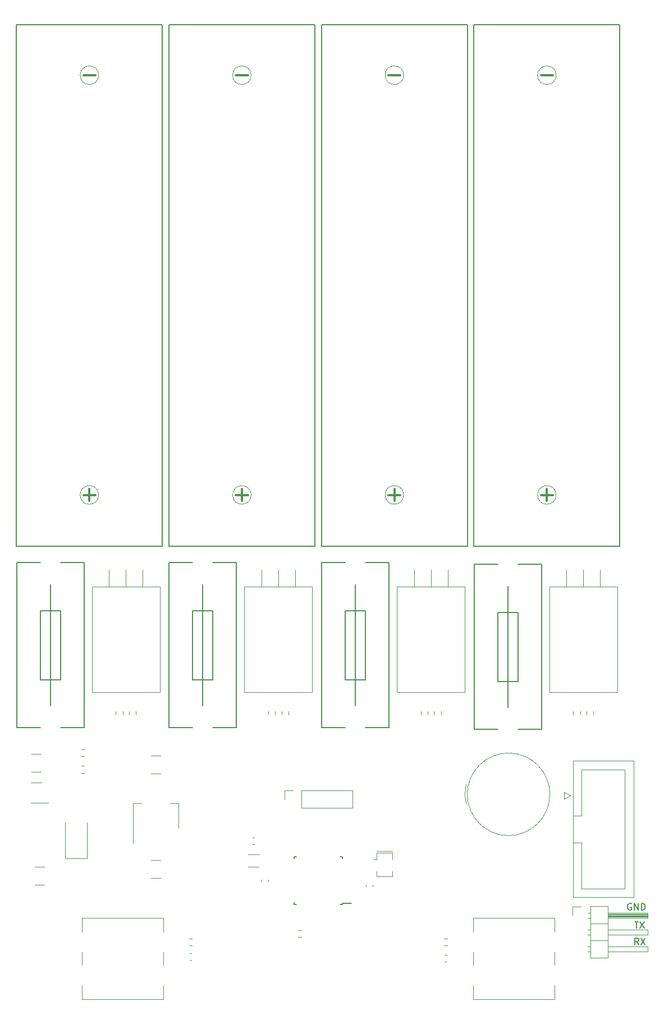
<source format=gbr>
%TF.GenerationSoftware,KiCad,Pcbnew,(6.0.10)*%
%TF.CreationDate,2023-01-16T11:30:22+01:00*%
%TF.ProjectId,BatteryDischargerV1,42617474-6572-4794-9469-736368617267,rev?*%
%TF.SameCoordinates,Original*%
%TF.FileFunction,Legend,Top*%
%TF.FilePolarity,Positive*%
%FSLAX46Y46*%
G04 Gerber Fmt 4.6, Leading zero omitted, Abs format (unit mm)*
G04 Created by KiCad (PCBNEW (6.0.10)) date 2023-01-16 11:30:22*
%MOMM*%
%LPD*%
G01*
G04 APERTURE LIST*
%ADD10C,0.150000*%
%ADD11C,0.120000*%
%ADD12C,0.300000*%
%ADD13C,0.200000*%
G04 APERTURE END LIST*
D10*
X153488095Y-161250000D02*
X153392857Y-161202380D01*
X153250000Y-161202380D01*
X153107142Y-161250000D01*
X153011904Y-161345238D01*
X152964285Y-161440476D01*
X152916666Y-161630952D01*
X152916666Y-161773809D01*
X152964285Y-161964285D01*
X153011904Y-162059523D01*
X153107142Y-162154761D01*
X153250000Y-162202380D01*
X153345238Y-162202380D01*
X153488095Y-162154761D01*
X153535714Y-162107142D01*
X153535714Y-161773809D01*
X153345238Y-161773809D01*
X153964285Y-162202380D02*
X153964285Y-161202380D01*
X154535714Y-162202380D01*
X154535714Y-161202380D01*
X155011904Y-162202380D02*
X155011904Y-161202380D01*
X155250000Y-161202380D01*
X155392857Y-161250000D01*
X155488095Y-161345238D01*
X155535714Y-161440476D01*
X155583333Y-161630952D01*
X155583333Y-161773809D01*
X155535714Y-161964285D01*
X155488095Y-162059523D01*
X155392857Y-162154761D01*
X155250000Y-162202380D01*
X155011904Y-162202380D01*
X154583333Y-167452380D02*
X154250000Y-166976190D01*
X154011904Y-167452380D02*
X154011904Y-166452380D01*
X154392857Y-166452380D01*
X154488095Y-166500000D01*
X154535714Y-166547619D01*
X154583333Y-166642857D01*
X154583333Y-166785714D01*
X154535714Y-166880952D01*
X154488095Y-166928571D01*
X154392857Y-166976190D01*
X154011904Y-166976190D01*
X154916666Y-166452380D02*
X155583333Y-167452380D01*
X155583333Y-166452380D02*
X154916666Y-167452380D01*
X153988095Y-163952380D02*
X154559523Y-163952380D01*
X154273809Y-164952380D02*
X154273809Y-163952380D01*
X154797619Y-163952380D02*
X155464285Y-164952380D01*
X155464285Y-163952380D02*
X154797619Y-164952380D01*
%TO.C,U1*%
X109875000Y-154125000D02*
X109875000Y-154450000D01*
X109875000Y-161150000D02*
X111300000Y-161150000D01*
X109875000Y-154125000D02*
X109550000Y-154125000D01*
X102625000Y-154125000D02*
X102950000Y-154125000D01*
X109875000Y-161375000D02*
X109550000Y-161375000D01*
X102625000Y-161375000D02*
X102625000Y-161050000D01*
X102625000Y-161375000D02*
X102950000Y-161375000D01*
X102625000Y-154125000D02*
X102625000Y-154450000D01*
X109875000Y-161375000D02*
X109875000Y-161150000D01*
D11*
%TO.C,R4*%
X103737258Y-166272500D02*
X103262742Y-166272500D01*
X103737258Y-165227500D02*
X103262742Y-165227500D01*
%TO.C,C2*%
X96640580Y-151240000D02*
X96359420Y-151240000D01*
X96640580Y-152260000D02*
X96359420Y-152260000D01*
%TO.C,R15*%
X75727500Y-132262742D02*
X75727500Y-132737258D01*
X76772500Y-132262742D02*
X76772500Y-132737258D01*
%TO.C,SW2*%
X82900000Y-175650000D02*
X70600000Y-175650000D01*
X70600000Y-170470000D02*
X70600000Y-168530000D01*
X70600000Y-163350000D02*
X82900000Y-163350000D01*
X82900000Y-173530000D02*
X82900000Y-175650000D01*
X82900000Y-163350000D02*
X82900000Y-165470000D01*
X70600000Y-165470000D02*
X70600000Y-163350000D01*
X82900000Y-168530000D02*
X82900000Y-170470000D01*
X70600000Y-175650000D02*
X70600000Y-173530000D01*
D12*
%TO.C,BT1*%
X72650000Y-36300000D02*
X70850000Y-36300000D01*
X72650000Y-99600000D02*
X70850000Y-99600000D01*
X71750000Y-100500000D02*
X71750000Y-98700000D01*
D13*
X82750000Y-107300000D02*
X60750000Y-107300000D01*
X60750000Y-107300000D02*
X60750000Y-28700000D01*
X60750000Y-28700000D02*
X82750000Y-28700000D01*
X82750000Y-28700000D02*
X82750000Y-107300000D01*
D11*
X73150000Y-36300000D02*
G75*
G03*
X73150000Y-36300000I-1400000J0D01*
G01*
X73150000Y-99600000D02*
G75*
G03*
X73150000Y-99600000I-1400000J0D01*
G01*
%TO.C,C7*%
X82461252Y-157360000D02*
X81038748Y-157360000D01*
X82461252Y-154640000D02*
X81038748Y-154640000D01*
D13*
%TO.C,F2*%
X116930000Y-109804000D02*
X113374000Y-109804000D01*
X111850000Y-131394000D02*
X111850000Y-113106000D01*
X110326000Y-134696000D02*
X106770000Y-134696000D01*
X110326000Y-109804000D02*
X106770000Y-109804000D01*
X116930000Y-134696000D02*
X116930000Y-109804000D01*
X106770000Y-134696000D02*
X106770000Y-109804000D01*
X113374000Y-134696000D02*
X116930000Y-134696000D01*
X113374000Y-127457000D02*
X110326000Y-127457000D01*
X110326000Y-127457000D02*
X110326000Y-117043000D01*
X110326000Y-117043000D02*
X113374000Y-117043000D01*
X113374000Y-117043000D02*
X113374000Y-127457000D01*
D11*
%TO.C,R9*%
X70987258Y-141522500D02*
X70512742Y-141522500D01*
X70987258Y-140477500D02*
X70512742Y-140477500D01*
%TO.C,LS1*%
X128579216Y-143250000D02*
G75*
G03*
X128579216Y-146249999I6400000J-1500000D01*
G01*
X141209216Y-144750000D02*
G75*
G03*
X141209216Y-144750000I-6230000J0D01*
G01*
%TO.C,Q2*%
X118130000Y-129350000D02*
X118130000Y-113460000D01*
X123250000Y-113460000D02*
X123250000Y-110920000D01*
X120710000Y-113460000D02*
X120710000Y-110920000D01*
X128370000Y-129350000D02*
X128370000Y-113460000D01*
X125790000Y-113460000D02*
X125790000Y-110920000D01*
X128370000Y-129350000D02*
X118130000Y-129350000D01*
X128370000Y-113460000D02*
X118130000Y-113460000D01*
D13*
%TO.C,F3*%
X88850000Y-131394000D02*
X88850000Y-113106000D01*
X90374000Y-134696000D02*
X93930000Y-134696000D01*
X83770000Y-134696000D02*
X83770000Y-109804000D01*
X87326000Y-109804000D02*
X83770000Y-109804000D01*
X87326000Y-134696000D02*
X83770000Y-134696000D01*
X93930000Y-134696000D02*
X93930000Y-109804000D01*
X93930000Y-109804000D02*
X90374000Y-109804000D01*
X90374000Y-127457000D02*
X87326000Y-127457000D01*
X87326000Y-127457000D02*
X87326000Y-117043000D01*
X87326000Y-117043000D02*
X90374000Y-117043000D01*
X90374000Y-117043000D02*
X90374000Y-127457000D01*
D11*
%TO.C,R16*%
X122772500Y-132262742D02*
X122772500Y-132737258D01*
X121727500Y-132262742D02*
X121727500Y-132737258D01*
%TO.C,R10*%
X70512742Y-139022500D02*
X70987258Y-139022500D01*
X70512742Y-137977500D02*
X70987258Y-137977500D01*
%TO.C,CD1*%
X125359420Y-170010000D02*
X125640580Y-170010000D01*
X125359420Y-168990000D02*
X125640580Y-168990000D01*
%TO.C,CD2*%
X87140580Y-169760000D02*
X86859420Y-169760000D01*
X87140580Y-168740000D02*
X86859420Y-168740000D01*
%TO.C,SW1*%
X141900000Y-173530000D02*
X141900000Y-175650000D01*
X129600000Y-170470000D02*
X129600000Y-168530000D01*
X141900000Y-168530000D02*
X141900000Y-170470000D01*
X141900000Y-163350000D02*
X141900000Y-165470000D01*
X129600000Y-175650000D02*
X129600000Y-173530000D01*
X141900000Y-175650000D02*
X129600000Y-175650000D01*
X129600000Y-165470000D02*
X129600000Y-163350000D01*
X129600000Y-163350000D02*
X141900000Y-163350000D01*
%TO.C,R7*%
X125737258Y-166477500D02*
X125262742Y-166477500D01*
X125737258Y-167522500D02*
X125262742Y-167522500D01*
%TO.C,Q3*%
X100250000Y-113460000D02*
X100250000Y-110920000D01*
X105370000Y-129350000D02*
X95130000Y-129350000D01*
X105370000Y-113460000D02*
X95130000Y-113460000D01*
X97710000Y-113460000D02*
X97710000Y-110920000D01*
X95130000Y-129350000D02*
X95130000Y-113460000D01*
X105370000Y-129350000D02*
X105370000Y-113460000D01*
X102790000Y-113460000D02*
X102790000Y-110920000D01*
%TO.C,R19*%
X100727500Y-132737258D02*
X100727500Y-132262742D01*
X101772500Y-132737258D02*
X101772500Y-132262742D01*
%TO.C,R8*%
X86762742Y-167522500D02*
X87237258Y-167522500D01*
X86762742Y-166477500D02*
X87237258Y-166477500D01*
%TO.C,Q1*%
X82370000Y-129330000D02*
X82370000Y-113440000D01*
X77250000Y-113440000D02*
X77250000Y-110900000D01*
X82370000Y-129330000D02*
X72130000Y-129330000D01*
X82370000Y-113440000D02*
X72130000Y-113440000D01*
X74710000Y-113440000D02*
X74710000Y-110900000D01*
X72130000Y-129330000D02*
X72130000Y-113440000D01*
X79790000Y-113440000D02*
X79790000Y-110900000D01*
%TO.C,C1*%
X114510000Y-158359420D02*
X114510000Y-158640580D01*
X113490000Y-158359420D02*
X113490000Y-158640580D01*
%TO.C,J1*%
X146017500Y-147950000D02*
X146017500Y-141010000D01*
X146017500Y-152050000D02*
X144707500Y-152050000D01*
X146017500Y-141010000D02*
X152517500Y-141010000D01*
X152517500Y-141010000D02*
X152517500Y-158990000D01*
X146017500Y-152050000D02*
X146017500Y-152050000D01*
X143317500Y-144420000D02*
X143317500Y-145420000D01*
X146017500Y-158990000D02*
X146017500Y-152050000D01*
X144707500Y-147950000D02*
X146017500Y-147950000D01*
X144317500Y-144920000D02*
X143317500Y-144420000D01*
X144707500Y-139710000D02*
X153827500Y-139710000D01*
X153827500Y-160290000D02*
X144707500Y-160290000D01*
X153827500Y-139710000D02*
X153827500Y-160290000D01*
X144707500Y-160290000D02*
X144707500Y-139710000D01*
X152517500Y-158990000D02*
X146017500Y-158990000D01*
X143317500Y-145420000D02*
X144317500Y-144920000D01*
%TO.C,R22*%
X145772500Y-132262742D02*
X145772500Y-132737258D01*
X144727500Y-132262742D02*
X144727500Y-132737258D01*
%TO.C,C6*%
X64961252Y-158360000D02*
X63538748Y-158360000D01*
X64961252Y-155640000D02*
X63538748Y-155640000D01*
%TO.C,R13*%
X78772500Y-132737258D02*
X78772500Y-132262742D01*
X77727500Y-132737258D02*
X77727500Y-132262742D01*
%TO.C,U3*%
X63750000Y-142940000D02*
X64550000Y-142940000D01*
X63750000Y-142940000D02*
X62950000Y-142940000D01*
X63750000Y-146060000D02*
X65550000Y-146060000D01*
X63750000Y-146060000D02*
X62950000Y-146060000D01*
D13*
%TO.C,F1*%
X64326000Y-109804000D02*
X60770000Y-109804000D01*
X70930000Y-134696000D02*
X70930000Y-109804000D01*
X67374000Y-134696000D02*
X70930000Y-134696000D01*
X64326000Y-134696000D02*
X60770000Y-134696000D01*
X60770000Y-134696000D02*
X60770000Y-109804000D01*
X70930000Y-109804000D02*
X67374000Y-109804000D01*
X65850000Y-131394000D02*
X65850000Y-113106000D01*
X67374000Y-127457000D02*
X64326000Y-127457000D01*
X64326000Y-127457000D02*
X64326000Y-117043000D01*
X64326000Y-117043000D02*
X67374000Y-117043000D01*
X67374000Y-117043000D02*
X67374000Y-127457000D01*
D12*
%TO.C,BT2*%
X118650000Y-99600000D02*
X116850000Y-99600000D01*
X117750000Y-100500000D02*
X117750000Y-98700000D01*
X118650000Y-36300000D02*
X116850000Y-36300000D01*
D13*
X128750000Y-107300000D02*
X106750000Y-107300000D01*
X106750000Y-107300000D02*
X106750000Y-28700000D01*
X106750000Y-28700000D02*
X128750000Y-28700000D01*
X128750000Y-28700000D02*
X128750000Y-107300000D01*
D11*
X119150000Y-99600000D02*
G75*
G03*
X119150000Y-99600000I-1400000J0D01*
G01*
X119150000Y-36300000D02*
G75*
G03*
X119150000Y-36300000I-1400000J0D01*
G01*
%TO.C,R14*%
X123727500Y-132737258D02*
X123727500Y-132262742D01*
X124772500Y-132737258D02*
X124772500Y-132262742D01*
%TO.C,U2*%
X78340000Y-146090000D02*
X79600000Y-146090000D01*
X78340000Y-152100000D02*
X78340000Y-146090000D01*
X85160000Y-146090000D02*
X83900000Y-146090000D01*
X85160000Y-149850000D02*
X85160000Y-146090000D01*
%TO.C,R21*%
X99772500Y-132262742D02*
X99772500Y-132737258D01*
X98727500Y-132262742D02*
X98727500Y-132737258D01*
D12*
%TO.C,BT3*%
X95650000Y-36300000D02*
X93850000Y-36300000D01*
X95650000Y-99600000D02*
X93850000Y-99600000D01*
X94750000Y-100500000D02*
X94750000Y-98700000D01*
D13*
X105750000Y-107300000D02*
X83750000Y-107300000D01*
X83750000Y-107300000D02*
X83750000Y-28700000D01*
X83750000Y-28700000D02*
X105750000Y-28700000D01*
X105750000Y-28700000D02*
X105750000Y-107300000D01*
D11*
X96150000Y-99600000D02*
G75*
G03*
X96150000Y-99600000I-1400000J0D01*
G01*
X96150000Y-36300000D02*
G75*
G03*
X96150000Y-36300000I-1400000J0D01*
G01*
%TO.C,Q4*%
X151370000Y-129350000D02*
X141130000Y-129350000D01*
X148790000Y-113460000D02*
X148790000Y-110920000D01*
X151370000Y-113460000D02*
X141130000Y-113460000D01*
X143710000Y-113460000D02*
X143710000Y-110920000D01*
X151370000Y-129350000D02*
X151370000Y-113460000D01*
X146250000Y-113460000D02*
X146250000Y-110920000D01*
X141130000Y-129350000D02*
X141130000Y-113460000D01*
%TO.C,J2*%
X101170000Y-144170000D02*
X102500000Y-144170000D01*
X101170000Y-145500000D02*
X101170000Y-144170000D01*
X103770000Y-146830000D02*
X111450000Y-146830000D01*
X103770000Y-144170000D02*
X111450000Y-144170000D01*
X111450000Y-146830000D02*
X111450000Y-144170000D01*
X103770000Y-146830000D02*
X103770000Y-144170000D01*
%TO.C,C3*%
X97740000Y-157609420D02*
X97740000Y-157890580D01*
X98760000Y-157609420D02*
X98760000Y-157890580D01*
%TO.C,J3*%
X144605000Y-162975000D02*
X144605000Y-161705000D01*
X149975000Y-163135000D02*
X155975000Y-163135000D01*
X149975000Y-165135000D02*
X155975000Y-165135000D01*
X149975000Y-167675000D02*
X155975000Y-167675000D01*
X149975000Y-162595000D02*
X155975000Y-162595000D01*
X144605000Y-161705000D02*
X145875000Y-161705000D01*
X149975000Y-161645000D02*
X147315000Y-161645000D01*
X146985000Y-163355000D02*
X147315000Y-163355000D01*
X149975000Y-163255000D02*
X155975000Y-163255000D01*
X155975000Y-165135000D02*
X155975000Y-165895000D01*
X146917929Y-168435000D02*
X147315000Y-168435000D01*
X155975000Y-162595000D02*
X155975000Y-163355000D01*
X149975000Y-162775000D02*
X155975000Y-162775000D01*
X155975000Y-163355000D02*
X149975000Y-163355000D01*
X149975000Y-163015000D02*
X155975000Y-163015000D01*
X147315000Y-164245000D02*
X149975000Y-164245000D01*
X147315000Y-166785000D02*
X149975000Y-166785000D01*
X155975000Y-167675000D02*
X155975000Y-168435000D01*
X147315000Y-161645000D02*
X147315000Y-169385000D01*
X149975000Y-169385000D02*
X149975000Y-161645000D01*
X146917929Y-165135000D02*
X147315000Y-165135000D01*
X146917929Y-165895000D02*
X147315000Y-165895000D01*
X155975000Y-165895000D02*
X149975000Y-165895000D01*
X155975000Y-168435000D02*
X149975000Y-168435000D01*
X147315000Y-169385000D02*
X149975000Y-169385000D01*
X146917929Y-167675000D02*
X147315000Y-167675000D01*
X149975000Y-162895000D02*
X155975000Y-162895000D01*
X146985000Y-162595000D02*
X147315000Y-162595000D01*
X149975000Y-162655000D02*
X155975000Y-162655000D01*
%TO.C,R20*%
X146727500Y-132737258D02*
X146727500Y-132262742D01*
X147772500Y-132737258D02*
X147772500Y-132262742D01*
%TO.C,D1*%
X68100000Y-154400000D02*
X68100000Y-149000000D01*
X68100000Y-154400000D02*
X71400000Y-154400000D01*
X71400000Y-154400000D02*
X71400000Y-149000000D01*
%TO.C,C8*%
X82461252Y-141610000D02*
X81038748Y-141610000D01*
X82461252Y-138890000D02*
X81038748Y-138890000D01*
D13*
%TO.C,F4*%
X136374000Y-134946000D02*
X139930000Y-134946000D01*
X129770000Y-134946000D02*
X129770000Y-110054000D01*
X139930000Y-134946000D02*
X139930000Y-110054000D01*
X139930000Y-110054000D02*
X136374000Y-110054000D01*
X133326000Y-110054000D02*
X129770000Y-110054000D01*
X133326000Y-134946000D02*
X129770000Y-134946000D01*
X134850000Y-131644000D02*
X134850000Y-113356000D01*
X136374000Y-127707000D02*
X133326000Y-127707000D01*
X133326000Y-127707000D02*
X133326000Y-117293000D01*
X133326000Y-117293000D02*
X136374000Y-117293000D01*
X136374000Y-117293000D02*
X136374000Y-127707000D01*
D12*
%TO.C,BT4*%
X141650000Y-36300000D02*
X139850000Y-36300000D01*
X141650000Y-99600000D02*
X139850000Y-99600000D01*
X140750000Y-100500000D02*
X140750000Y-98700000D01*
D13*
X151750000Y-107300000D02*
X129750000Y-107300000D01*
X129750000Y-107300000D02*
X129750000Y-28700000D01*
X129750000Y-28700000D02*
X151750000Y-28700000D01*
X151750000Y-28700000D02*
X151750000Y-107300000D01*
D11*
X142150000Y-36300000D02*
G75*
G03*
X142150000Y-36300000I-1400000J0D01*
G01*
X142150000Y-99600000D02*
G75*
G03*
X142150000Y-99600000I-1400000J0D01*
G01*
%TO.C,Y1*%
X117450000Y-156350000D02*
X117450000Y-157150000D01*
X117450000Y-157150000D02*
X115450000Y-157150000D01*
X115450000Y-153550000D02*
X115050000Y-153550000D01*
X115450000Y-153550000D02*
X117450000Y-153550000D01*
X117450000Y-153350000D02*
X115450000Y-153350000D01*
X115450000Y-153350000D02*
X115050000Y-153350000D01*
X115050000Y-154550000D02*
X115050000Y-153550000D01*
X115050000Y-157150000D02*
X115050000Y-156350000D01*
X117450000Y-153550000D02*
X117450000Y-154550000D01*
X115050000Y-154550000D02*
X114650000Y-154550000D01*
X115450000Y-157150000D02*
X115050000Y-157150000D01*
%TO.C,C5*%
X63038748Y-141360000D02*
X64461252Y-141360000D01*
X63038748Y-138640000D02*
X64461252Y-138640000D01*
%TO.C,L1*%
X95664758Y-155660000D02*
X97335242Y-155660000D01*
X95664758Y-153840000D02*
X97335242Y-153840000D01*
%TD*%
M02*

</source>
